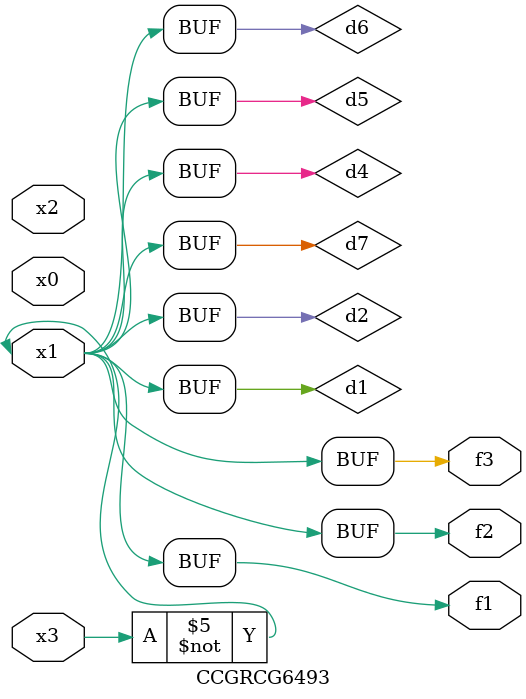
<source format=v>
module CCGRCG6493(
	input x0, x1, x2, x3,
	output f1, f2, f3
);

	wire d1, d2, d3, d4, d5, d6, d7;

	not (d1, x3);
	buf (d2, x1);
	xnor (d3, d1, d2);
	nor (d4, d1);
	buf (d5, d1, d2);
	buf (d6, d4, d5);
	nand (d7, d4);
	assign f1 = d6;
	assign f2 = d7;
	assign f3 = d6;
endmodule

</source>
